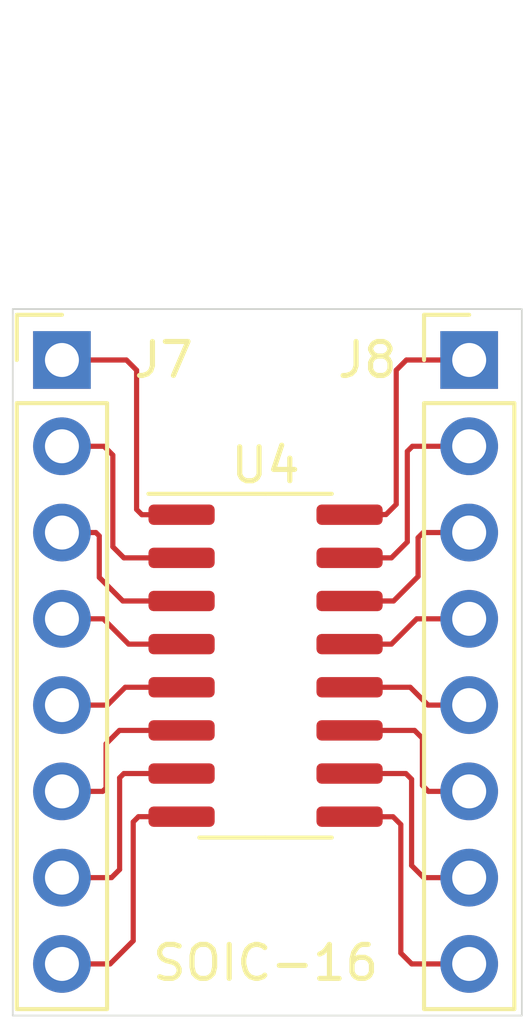
<source format=kicad_pcb>
(kicad_pcb (version 20171130) (host pcbnew "(5.1.5)-3")

  (general
    (thickness 1.6)
    (drawings 8)
    (tracks 76)
    (zones 0)
    (modules 3)
    (nets 17)
  )

  (page A4)
  (layers
    (0 F.Cu signal)
    (31 B.Cu signal)
    (32 B.Adhes user)
    (33 F.Adhes user)
    (34 B.Paste user)
    (35 F.Paste user)
    (36 B.SilkS user)
    (37 F.SilkS user)
    (38 B.Mask user)
    (39 F.Mask user)
    (40 Dwgs.User user)
    (41 Cmts.User user)
    (42 Eco1.User user)
    (43 Eco2.User user)
    (44 Edge.Cuts user)
    (45 Margin user)
    (46 B.CrtYd user)
    (47 F.CrtYd user)
    (48 B.Fab user)
    (49 F.Fab user hide)
  )

  (setup
    (last_trace_width 0.1524)
    (trace_clearance 0.1524)
    (zone_clearance 0.508)
    (zone_45_only no)
    (trace_min 0.1524)
    (via_size 0.6)
    (via_drill 0.3)
    (via_min_size 0.6)
    (via_min_drill 0.3)
    (uvia_size 0.3)
    (uvia_drill 0.1)
    (uvias_allowed no)
    (uvia_min_size 0.2)
    (uvia_min_drill 0.1)
    (edge_width 0.05)
    (segment_width 0.2)
    (pcb_text_width 0.3)
    (pcb_text_size 1.5 1.5)
    (mod_edge_width 0.12)
    (mod_text_size 1 1)
    (mod_text_width 0.15)
    (pad_size 1.524 1.524)
    (pad_drill 0.762)
    (pad_to_mask_clearance 0.051)
    (solder_mask_min_width 0.25)
    (aux_axis_origin 0 0)
    (visible_elements 7FFDFFFF)
    (pcbplotparams
      (layerselection 0x010f0_ffffffff)
      (usegerberextensions true)
      (usegerberattributes false)
      (usegerberadvancedattributes false)
      (creategerberjobfile false)
      (excludeedgelayer true)
      (linewidth 0.100000)
      (plotframeref false)
      (viasonmask false)
      (mode 1)
      (useauxorigin true)
      (hpglpennumber 1)
      (hpglpenspeed 20)
      (hpglpendiameter 15.000000)
      (psnegative false)
      (psa4output false)
      (plotreference true)
      (plotvalue false)
      (plotinvisibletext false)
      (padsonsilk false)
      (subtractmaskfromsilk false)
      (outputformat 1)
      (mirror false)
      (drillshape 0)
      (scaleselection 1)
      (outputdirectory "p16/"))
  )

  (net 0 "")
  (net 1 /16-8)
  (net 2 /16-7)
  (net 3 /16-6)
  (net 4 /16-5)
  (net 5 /16-4)
  (net 6 /16-3)
  (net 7 /16-2)
  (net 8 /16-1)
  (net 9 /16-9)
  (net 10 /16-10)
  (net 11 /16-11)
  (net 12 /16-12)
  (net 13 /16-13)
  (net 14 /16-14)
  (net 15 /16-15)
  (net 16 /16-16)

  (net_class Default "This is the default net class."
    (clearance 0.1524)
    (trace_width 0.1524)
    (via_dia 0.6)
    (via_drill 0.3)
    (uvia_dia 0.3)
    (uvia_drill 0.1)
    (add_net /16-1)
    (add_net /16-10)
    (add_net /16-11)
    (add_net /16-12)
    (add_net /16-13)
    (add_net /16-14)
    (add_net /16-15)
    (add_net /16-16)
    (add_net /16-2)
    (add_net /16-3)
    (add_net /16-4)
    (add_net /16-5)
    (add_net /16-6)
    (add_net /16-7)
    (add_net /16-8)
    (add_net /16-9)
  )

  (module Connector_PinHeader_2.54mm:PinHeader_1x08_P2.54mm_Vertical (layer F.Cu) (tedit 59FED5CC) (tstamp 5F2B58CB)
    (at 131.3 73.7)
    (descr "Through hole straight pin header, 1x08, 2.54mm pitch, single row")
    (tags "Through hole pin header THT 1x08 2.54mm single row")
    (path /5F30F2A8)
    (fp_text reference J8 (at -3 0) (layer F.SilkS)
      (effects (font (size 1 1) (thickness 0.15)))
    )
    (fp_text value Conn_01x08 (at 0 20.11) (layer F.Fab)
      (effects (font (size 1 1) (thickness 0.15)))
    )
    (fp_text user %R (at 0 8.89 90) (layer F.Fab)
      (effects (font (size 1 1) (thickness 0.15)))
    )
    (fp_line (start 1.8 -1.8) (end -1.8 -1.8) (layer F.CrtYd) (width 0.05))
    (fp_line (start 1.8 19.55) (end 1.8 -1.8) (layer F.CrtYd) (width 0.05))
    (fp_line (start -1.8 19.55) (end 1.8 19.55) (layer F.CrtYd) (width 0.05))
    (fp_line (start -1.8 -1.8) (end -1.8 19.55) (layer F.CrtYd) (width 0.05))
    (fp_line (start -1.33 -1.33) (end 0 -1.33) (layer F.SilkS) (width 0.12))
    (fp_line (start -1.33 0) (end -1.33 -1.33) (layer F.SilkS) (width 0.12))
    (fp_line (start -1.33 1.27) (end 1.33 1.27) (layer F.SilkS) (width 0.12))
    (fp_line (start 1.33 1.27) (end 1.33 19.11) (layer F.SilkS) (width 0.12))
    (fp_line (start -1.33 1.27) (end -1.33 19.11) (layer F.SilkS) (width 0.12))
    (fp_line (start -1.33 19.11) (end 1.33 19.11) (layer F.SilkS) (width 0.12))
    (fp_line (start -1.27 -0.635) (end -0.635 -1.27) (layer F.Fab) (width 0.1))
    (fp_line (start -1.27 19.05) (end -1.27 -0.635) (layer F.Fab) (width 0.1))
    (fp_line (start 1.27 19.05) (end -1.27 19.05) (layer F.Fab) (width 0.1))
    (fp_line (start 1.27 -1.27) (end 1.27 19.05) (layer F.Fab) (width 0.1))
    (fp_line (start -0.635 -1.27) (end 1.27 -1.27) (layer F.Fab) (width 0.1))
    (pad 8 thru_hole oval (at 0 17.78) (size 1.7 1.7) (drill 1) (layers *.Cu *.Mask)
      (net 9 /16-9))
    (pad 7 thru_hole oval (at 0 15.24) (size 1.7 1.7) (drill 1) (layers *.Cu *.Mask)
      (net 10 /16-10))
    (pad 6 thru_hole oval (at 0 12.7) (size 1.7 1.7) (drill 1) (layers *.Cu *.Mask)
      (net 11 /16-11))
    (pad 5 thru_hole oval (at 0 10.16) (size 1.7 1.7) (drill 1) (layers *.Cu *.Mask)
      (net 12 /16-12))
    (pad 4 thru_hole oval (at 0 7.62) (size 1.7 1.7) (drill 1) (layers *.Cu *.Mask)
      (net 13 /16-13))
    (pad 3 thru_hole oval (at 0 5.08) (size 1.7 1.7) (drill 1) (layers *.Cu *.Mask)
      (net 14 /16-14))
    (pad 2 thru_hole oval (at 0 2.54) (size 1.7 1.7) (drill 1) (layers *.Cu *.Mask)
      (net 15 /16-15))
    (pad 1 thru_hole rect (at 0 0) (size 1.7 1.7) (drill 1) (layers *.Cu *.Mask)
      (net 16 /16-16))
    (model ${KISYS3DMOD}/Connector_PinHeader_2.54mm.3dshapes/PinHeader_1x08_P2.54mm_Vertical.wrl
      (at (xyz 0 0 0))
      (scale (xyz 1 1 1))
      (rotate (xyz 0 0 0))
    )
  )

  (module Connector_PinHeader_2.54mm:PinHeader_1x08_P2.54mm_Vertical (layer F.Cu) (tedit 59FED5CC) (tstamp 5F2B58AF)
    (at 119.3 73.7)
    (descr "Through hole straight pin header, 1x08, 2.54mm pitch, single row")
    (tags "Through hole pin header THT 1x08 2.54mm single row")
    (path /5F30E284)
    (fp_text reference J7 (at 3 0) (layer F.SilkS)
      (effects (font (size 1 1) (thickness 0.15)))
    )
    (fp_text value Conn_01x08 (at 0 20.11) (layer F.Fab)
      (effects (font (size 1 1) (thickness 0.15)))
    )
    (fp_text user %R (at 0 8.89 90) (layer F.Fab)
      (effects (font (size 1 1) (thickness 0.15)))
    )
    (fp_line (start 1.8 -1.8) (end -1.8 -1.8) (layer F.CrtYd) (width 0.05))
    (fp_line (start 1.8 19.55) (end 1.8 -1.8) (layer F.CrtYd) (width 0.05))
    (fp_line (start -1.8 19.55) (end 1.8 19.55) (layer F.CrtYd) (width 0.05))
    (fp_line (start -1.8 -1.8) (end -1.8 19.55) (layer F.CrtYd) (width 0.05))
    (fp_line (start -1.33 -1.33) (end 0 -1.33) (layer F.SilkS) (width 0.12))
    (fp_line (start -1.33 0) (end -1.33 -1.33) (layer F.SilkS) (width 0.12))
    (fp_line (start -1.33 1.27) (end 1.33 1.27) (layer F.SilkS) (width 0.12))
    (fp_line (start 1.33 1.27) (end 1.33 19.11) (layer F.SilkS) (width 0.12))
    (fp_line (start -1.33 1.27) (end -1.33 19.11) (layer F.SilkS) (width 0.12))
    (fp_line (start -1.33 19.11) (end 1.33 19.11) (layer F.SilkS) (width 0.12))
    (fp_line (start -1.27 -0.635) (end -0.635 -1.27) (layer F.Fab) (width 0.1))
    (fp_line (start -1.27 19.05) (end -1.27 -0.635) (layer F.Fab) (width 0.1))
    (fp_line (start 1.27 19.05) (end -1.27 19.05) (layer F.Fab) (width 0.1))
    (fp_line (start 1.27 -1.27) (end 1.27 19.05) (layer F.Fab) (width 0.1))
    (fp_line (start -0.635 -1.27) (end 1.27 -1.27) (layer F.Fab) (width 0.1))
    (pad 8 thru_hole oval (at 0 17.78) (size 1.7 1.7) (drill 1) (layers *.Cu *.Mask)
      (net 1 /16-8))
    (pad 7 thru_hole oval (at 0 15.24) (size 1.7 1.7) (drill 1) (layers *.Cu *.Mask)
      (net 2 /16-7))
    (pad 6 thru_hole oval (at 0 12.7) (size 1.7 1.7) (drill 1) (layers *.Cu *.Mask)
      (net 3 /16-6))
    (pad 5 thru_hole oval (at 0 10.16) (size 1.7 1.7) (drill 1) (layers *.Cu *.Mask)
      (net 4 /16-5))
    (pad 4 thru_hole oval (at 0 7.62) (size 1.7 1.7) (drill 1) (layers *.Cu *.Mask)
      (net 5 /16-4))
    (pad 3 thru_hole oval (at 0 5.08) (size 1.7 1.7) (drill 1) (layers *.Cu *.Mask)
      (net 6 /16-3))
    (pad 2 thru_hole oval (at 0 2.54) (size 1.7 1.7) (drill 1) (layers *.Cu *.Mask)
      (net 7 /16-2))
    (pad 1 thru_hole rect (at 0 0) (size 1.7 1.7) (drill 1) (layers *.Cu *.Mask)
      (net 8 /16-1))
    (model ${KISYS3DMOD}/Connector_PinHeader_2.54mm.3dshapes/PinHeader_1x08_P2.54mm_Vertical.wrl
      (at (xyz 0 0 0))
      (scale (xyz 1 1 1))
      (rotate (xyz 0 0 0))
    )
  )

  (module Package_SO:SOIC-16_3.9x9.9mm_P1.27mm (layer F.Cu) (tedit 5D9F72B1) (tstamp 5F2B598A)
    (at 125.3 82.7)
    (descr "SOIC, 16 Pin (JEDEC MS-012AC, https://www.analog.com/media/en/package-pcb-resources/package/pkg_pdf/soic_narrow-r/r_16.pdf), generated with kicad-footprint-generator ipc_gullwing_generator.py")
    (tags "SOIC SO")
    (path /5F30BED2)
    (attr smd)
    (fp_text reference U4 (at 0 -5.9) (layer F.SilkS)
      (effects (font (size 1 1) (thickness 0.15)))
    )
    (fp_text value SOIC-16 (at 0 5.9) (layer F.Fab)
      (effects (font (size 1 1) (thickness 0.15)))
    )
    (fp_text user %R (at 0 0) (layer F.Fab)
      (effects (font (size 0.98 0.98) (thickness 0.15)))
    )
    (fp_line (start 3.7 -5.2) (end -3.7 -5.2) (layer F.CrtYd) (width 0.05))
    (fp_line (start 3.7 5.2) (end 3.7 -5.2) (layer F.CrtYd) (width 0.05))
    (fp_line (start -3.7 5.2) (end 3.7 5.2) (layer F.CrtYd) (width 0.05))
    (fp_line (start -3.7 -5.2) (end -3.7 5.2) (layer F.CrtYd) (width 0.05))
    (fp_line (start -1.95 -3.975) (end -0.975 -4.95) (layer F.Fab) (width 0.1))
    (fp_line (start -1.95 4.95) (end -1.95 -3.975) (layer F.Fab) (width 0.1))
    (fp_line (start 1.95 4.95) (end -1.95 4.95) (layer F.Fab) (width 0.1))
    (fp_line (start 1.95 -4.95) (end 1.95 4.95) (layer F.Fab) (width 0.1))
    (fp_line (start -0.975 -4.95) (end 1.95 -4.95) (layer F.Fab) (width 0.1))
    (fp_line (start 0 -5.06) (end -3.45 -5.06) (layer F.SilkS) (width 0.12))
    (fp_line (start 0 -5.06) (end 1.95 -5.06) (layer F.SilkS) (width 0.12))
    (fp_line (start 0 5.06) (end -1.95 5.06) (layer F.SilkS) (width 0.12))
    (fp_line (start 0 5.06) (end 1.95 5.06) (layer F.SilkS) (width 0.12))
    (pad 16 smd roundrect (at 2.475 -4.445) (size 1.95 0.6) (layers F.Cu F.Paste F.Mask) (roundrect_rratio 0.25)
      (net 16 /16-16))
    (pad 15 smd roundrect (at 2.475 -3.175) (size 1.95 0.6) (layers F.Cu F.Paste F.Mask) (roundrect_rratio 0.25)
      (net 15 /16-15))
    (pad 14 smd roundrect (at 2.475 -1.905) (size 1.95 0.6) (layers F.Cu F.Paste F.Mask) (roundrect_rratio 0.25)
      (net 14 /16-14))
    (pad 13 smd roundrect (at 2.475 -0.635) (size 1.95 0.6) (layers F.Cu F.Paste F.Mask) (roundrect_rratio 0.25)
      (net 13 /16-13))
    (pad 12 smd roundrect (at 2.475 0.635) (size 1.95 0.6) (layers F.Cu F.Paste F.Mask) (roundrect_rratio 0.25)
      (net 12 /16-12))
    (pad 11 smd roundrect (at 2.475 1.905) (size 1.95 0.6) (layers F.Cu F.Paste F.Mask) (roundrect_rratio 0.25)
      (net 11 /16-11))
    (pad 10 smd roundrect (at 2.475 3.175) (size 1.95 0.6) (layers F.Cu F.Paste F.Mask) (roundrect_rratio 0.25)
      (net 10 /16-10))
    (pad 9 smd roundrect (at 2.475 4.445) (size 1.95 0.6) (layers F.Cu F.Paste F.Mask) (roundrect_rratio 0.25)
      (net 9 /16-9))
    (pad 8 smd roundrect (at -2.475 4.445) (size 1.95 0.6) (layers F.Cu F.Paste F.Mask) (roundrect_rratio 0.25)
      (net 1 /16-8))
    (pad 7 smd roundrect (at -2.475 3.175) (size 1.95 0.6) (layers F.Cu F.Paste F.Mask) (roundrect_rratio 0.25)
      (net 2 /16-7))
    (pad 6 smd roundrect (at -2.475 1.905) (size 1.95 0.6) (layers F.Cu F.Paste F.Mask) (roundrect_rratio 0.25)
      (net 3 /16-6))
    (pad 5 smd roundrect (at -2.475 0.635) (size 1.95 0.6) (layers F.Cu F.Paste F.Mask) (roundrect_rratio 0.25)
      (net 4 /16-5))
    (pad 4 smd roundrect (at -2.475 -0.635) (size 1.95 0.6) (layers F.Cu F.Paste F.Mask) (roundrect_rratio 0.25)
      (net 5 /16-4))
    (pad 3 smd roundrect (at -2.475 -1.905) (size 1.95 0.6) (layers F.Cu F.Paste F.Mask) (roundrect_rratio 0.25)
      (net 6 /16-3))
    (pad 2 smd roundrect (at -2.475 -3.175) (size 1.95 0.6) (layers F.Cu F.Paste F.Mask) (roundrect_rratio 0.25)
      (net 7 /16-2))
    (pad 1 smd roundrect (at -2.475 -4.445) (size 1.95 0.6) (layers F.Cu F.Paste F.Mask) (roundrect_rratio 0.25)
      (net 8 /16-1))
    (model ${KISYS3DMOD}/Package_SO.3dshapes/SOIC-16_3.9x9.9mm_P1.27mm.wrl
      (at (xyz 0 0 0))
      (scale (xyz 1 1 1))
      (rotate (xyz 0 0 0))
    )
  )

  (gr_line (start 117.85 72.2) (end 132.85 72.2) (layer Edge.Cuts) (width 0.05))
  (gr_line (start 132.85 72.2) (end 132.85 93) (layer Edge.Cuts) (width 0.05))
  (dimension 12 (width 0.15) (layer Eco1.User)
    (gr_text "12.000 mm" (at 125.3 69.4) (layer Eco1.User)
      (effects (font (size 1 1) (thickness 0.15)))
    )
    (feature1 (pts (xy 131.3 73.7) (xy 131.3 70.113579)))
    (feature2 (pts (xy 119.3 73.7) (xy 119.3 70.113579)))
    (crossbar (pts (xy 119.3 70.7) (xy 131.3 70.7)))
    (arrow1a (pts (xy 131.3 70.7) (xy 130.173496 71.286421)))
    (arrow1b (pts (xy 131.3 70.7) (xy 130.173496 70.113579)))
    (arrow2a (pts (xy 119.3 70.7) (xy 120.426504 71.286421)))
    (arrow2b (pts (xy 119.3 70.7) (xy 120.426504 70.113579)))
  )
  (gr_line (start 132.85 93) (end 117.85 93) (layer Edge.Cuts) (width 0.05))
  (dimension 15 (width 0.15) (layer Eco1.User)
    (gr_text "15.000 mm" (at 125.35 63.8) (layer Eco1.User)
      (effects (font (size 1 1) (thickness 0.15)))
    )
    (feature1 (pts (xy 132.85 72.2) (xy 132.85 64.513579)))
    (feature2 (pts (xy 117.85 72.2) (xy 117.85 64.513579)))
    (crossbar (pts (xy 117.85 65.1) (xy 132.85 65.1)))
    (arrow1a (pts (xy 132.85 65.1) (xy 131.723496 65.686421)))
    (arrow1b (pts (xy 132.85 65.1) (xy 131.723496 64.513579)))
    (arrow2a (pts (xy 117.85 65.1) (xy 118.976504 65.686421)))
    (arrow2b (pts (xy 117.85 65.1) (xy 118.976504 64.513579)))
  )
  (gr_line (start 117.85 93) (end 117.85 72.2) (layer Edge.Cuts) (width 0.05) (tstamp 5F2B5D83))
  (gr_text SOIC-16 (at 125.3 91.45) (layer F.SilkS)
    (effects (font (size 1 1) (thickness 0.15)))
  )
  (gr_text 16 (at 125.3 66.7) (layer Eco1.User)
    (effects (font (size 1 1) (thickness 0.15)))
  )

  (segment (start 122.825 87.145) (end 121.555 87.145) (width 0.1524) (layer F.Cu) (net 1))
  (segment (start 121.555 87.145) (end 121.4 87.3) (width 0.1524) (layer F.Cu) (net 1))
  (segment (start 121.4 87.3) (end 121.4 90.8) (width 0.1524) (layer F.Cu) (net 1))
  (segment (start 120.72 91.48) (end 119.3 91.48) (width 0.1524) (layer F.Cu) (net 1))
  (segment (start 121.4 90.8) (end 120.72 91.48) (width 0.1524) (layer F.Cu) (net 1))
  (segment (start 122.825 85.875) (end 121.125 85.875) (width 0.1524) (layer F.Cu) (net 2))
  (segment (start 121.125 85.875) (end 121 86) (width 0.1524) (layer F.Cu) (net 2))
  (segment (start 121 86) (end 121 88.7) (width 0.1524) (layer F.Cu) (net 2))
  (segment (start 120.76 88.94) (end 119.3 88.94) (width 0.1524) (layer F.Cu) (net 2))
  (segment (start 121 88.7) (end 120.76 88.94) (width 0.1524) (layer F.Cu) (net 2))
  (segment (start 120.502081 86.4) (end 119.3 86.4) (width 0.1524) (layer F.Cu) (net 3))
  (segment (start 120.6 86.302081) (end 120.502081 86.4) (width 0.1524) (layer F.Cu) (net 3))
  (segment (start 120.6 85) (end 120.6 86.302081) (width 0.1524) (layer F.Cu) (net 3))
  (segment (start 122.825 84.605) (end 120.995 84.605) (width 0.1524) (layer F.Cu) (net 3))
  (segment (start 120.995 84.605) (end 120.6 85) (width 0.1524) (layer F.Cu) (net 3))
  (segment (start 122.825 83.335) (end 121.165 83.335) (width 0.1524) (layer F.Cu) (net 4))
  (segment (start 120.64 83.86) (end 119.3 83.86) (width 0.1524) (layer F.Cu) (net 4))
  (segment (start 121.165 83.335) (end 120.64 83.86) (width 0.1524) (layer F.Cu) (net 4))
  (segment (start 120.52 81.32) (end 119.3 81.32) (width 0.1524) (layer F.Cu) (net 5))
  (segment (start 122.825 82.065) (end 121.265 82.065) (width 0.1524) (layer F.Cu) (net 5))
  (segment (start 121.265 82.065) (end 120.52 81.32) (width 0.1524) (layer F.Cu) (net 5))
  (segment (start 120.3 78.78) (end 119.3 78.78) (width 0.1524) (layer F.Cu) (net 6))
  (segment (start 120.4 78.88) (end 120.3 78.78) (width 0.1524) (layer F.Cu) (net 6))
  (segment (start 120.4 80.1) (end 120.4 78.88) (width 0.1524) (layer F.Cu) (net 6))
  (segment (start 122.825 80.795) (end 121.095 80.795) (width 0.1524) (layer F.Cu) (net 6))
  (segment (start 121.095 80.795) (end 120.4 80.1) (width 0.1524) (layer F.Cu) (net 6))
  (segment (start 120.54 76.24) (end 119.3 76.24) (width 0.1524) (layer F.Cu) (net 7))
  (segment (start 120.8 76.5) (end 120.54 76.24) (width 0.1524) (layer F.Cu) (net 7))
  (segment (start 120.8 79.2) (end 120.8 76.5) (width 0.1524) (layer F.Cu) (net 7))
  (segment (start 122.825 79.525) (end 121.125 79.525) (width 0.1524) (layer F.Cu) (net 7))
  (segment (start 121.125 79.525) (end 120.8 79.2) (width 0.1524) (layer F.Cu) (net 7))
  (segment (start 122.825 78.255) (end 121.655 78.255) (width 0.1524) (layer F.Cu) (net 8))
  (segment (start 121.655 78.255) (end 121.5 78.1) (width 0.1524) (layer F.Cu) (net 8))
  (segment (start 121.5 78.1) (end 121.5 74) (width 0.1524) (layer F.Cu) (net 8))
  (segment (start 121.2 73.7) (end 119.3 73.7) (width 0.1524) (layer F.Cu) (net 8))
  (segment (start 121.5 74) (end 121.2 73.7) (width 0.1524) (layer F.Cu) (net 8))
  (segment (start 128.75 87.145) (end 128.7524 87.1474) (width 0.1524) (layer F.Cu) (net 9))
  (segment (start 127.775 87.145) (end 128.75 87.145) (width 0.1524) (layer F.Cu) (net 9))
  (segment (start 128.7524 87.1474) (end 129.0574 87.1474) (width 0.1524) (layer F.Cu) (net 9))
  (segment (start 129.0574 87.1474) (end 129.286 87.376) (width 0.1524) (layer F.Cu) (net 9))
  (segment (start 129.286 87.376) (end 129.286 91.1606) (width 0.1524) (layer F.Cu) (net 9))
  (segment (start 129.6054 91.48) (end 131.3 91.48) (width 0.1524) (layer F.Cu) (net 9))
  (segment (start 129.286 91.1606) (end 129.6054 91.48) (width 0.1524) (layer F.Cu) (net 9))
  (segment (start 127.775 85.875) (end 129.436 85.875) (width 0.1524) (layer F.Cu) (net 10))
  (segment (start 129.436 85.875) (end 129.6035 86.0425) (width 0.1524) (layer F.Cu) (net 10))
  (segment (start 129.6035 86.0425) (end 129.6035 88.5825) (width 0.1524) (layer F.Cu) (net 10))
  (segment (start 129.961 88.94) (end 131.3 88.94) (width 0.1524) (layer F.Cu) (net 10))
  (segment (start 129.6035 88.5825) (end 129.961 88.94) (width 0.1524) (layer F.Cu) (net 10))
  (segment (start 130.097919 86.4) (end 131.3 86.4) (width 0.1524) (layer F.Cu) (net 11))
  (segment (start 129.921 86.223081) (end 130.097919 86.4) (width 0.1524) (layer F.Cu) (net 11))
  (segment (start 129.921 84.836) (end 129.921 86.223081) (width 0.1524) (layer F.Cu) (net 11))
  (segment (start 129.69 84.605) (end 129.921 84.836) (width 0.1524) (layer F.Cu) (net 11))
  (segment (start 127.775 84.605) (end 129.69 84.605) (width 0.1524) (layer F.Cu) (net 11))
  (segment (start 130.088 83.86) (end 131.3 83.86) (width 0.1524) (layer F.Cu) (net 12))
  (segment (start 127.775 83.335) (end 129.563 83.335) (width 0.1524) (layer F.Cu) (net 12))
  (segment (start 129.563 83.335) (end 130.088 83.86) (width 0.1524) (layer F.Cu) (net 12))
  (segment (start 129.754 81.32) (end 131.3 81.32) (width 0.1524) (layer F.Cu) (net 13))
  (segment (start 127.775 82.065) (end 129.009 82.065) (width 0.1524) (layer F.Cu) (net 13))
  (segment (start 129.009 82.065) (end 129.754 81.32) (width 0.1524) (layer F.Cu) (net 13))
  (segment (start 127.775 80.795) (end 129.0725 80.795) (width 0.1524) (layer F.Cu) (net 14))
  (segment (start 129.0725 80.795) (end 129.794 80.0735) (width 0.1524) (layer F.Cu) (net 14))
  (segment (start 129.794 80.0735) (end 129.794 78.9305) (width 0.1524) (layer F.Cu) (net 14))
  (segment (start 129.9445 78.78) (end 131.3 78.78) (width 0.1524) (layer F.Cu) (net 14))
  (segment (start 129.794 78.9305) (end 129.9445 78.78) (width 0.1524) (layer F.Cu) (net 14))
  (segment (start 127.775 79.525) (end 129.009 79.525) (width 0.1524) (layer F.Cu) (net 15))
  (segment (start 129.009 79.525) (end 129.4765 79.0575) (width 0.1524) (layer F.Cu) (net 15))
  (segment (start 129.4765 79.0575) (end 129.4765 76.3905) (width 0.1524) (layer F.Cu) (net 15))
  (segment (start 129.627 76.24) (end 131.3 76.24) (width 0.1524) (layer F.Cu) (net 15))
  (segment (start 129.4765 76.3905) (end 129.627 76.24) (width 0.1524) (layer F.Cu) (net 15))
  (segment (start 128.75 78.255) (end 128.755 78.25) (width 0.1524) (layer F.Cu) (net 16))
  (segment (start 127.775 78.255) (end 128.75 78.255) (width 0.1524) (layer F.Cu) (net 16))
  (segment (start 128.755 78.25) (end 128.85 78.25) (width 0.1524) (layer F.Cu) (net 16))
  (segment (start 128.85 78.25) (end 129.15 77.95) (width 0.1524) (layer F.Cu) (net 16))
  (segment (start 129.15 77.95) (end 129.15 74) (width 0.1524) (layer F.Cu) (net 16))
  (segment (start 129.45 73.7) (end 131.3 73.7) (width 0.1524) (layer F.Cu) (net 16))
  (segment (start 129.15 74) (end 129.45 73.7) (width 0.1524) (layer F.Cu) (net 16))

)

</source>
